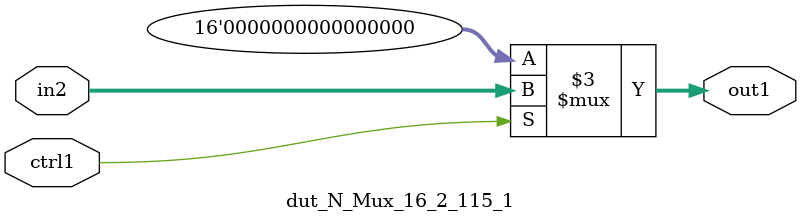
<source format=v>

`timescale 1ps / 1ps


module dut_N_Mux_16_2_115_1( in2, ctrl1, out1 );

    input [15:0] in2;
    input ctrl1;
    output [15:0] out1;
    reg [15:0] out1;

    
    // rtl_process:dut_N_Mux_16_2_115_1/dut_N_Mux_16_2_115_1_thread_1
    always @*
      begin : dut_N_Mux_16_2_115_1_thread_1
        case (ctrl1) 
          1'b1: 
            begin
              out1 = in2;
            end
          default: 
            begin
              out1 = 16'd00000;
            end
        endcase
      end

endmodule



</source>
